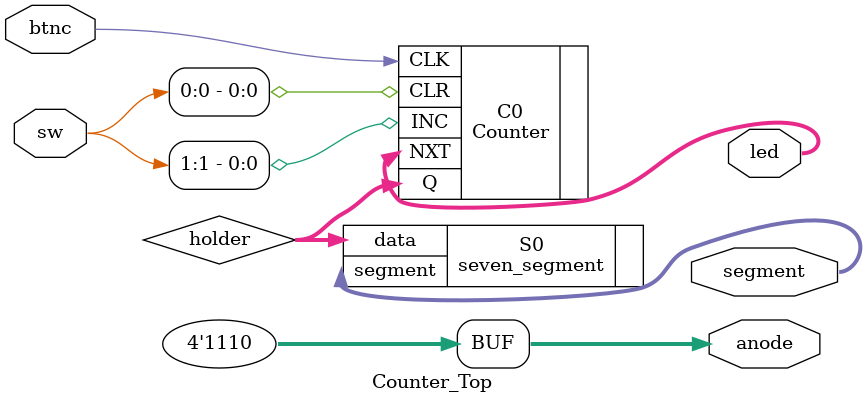
<source format=sv>
`timescale 1ns / 1ps
`default_nettype none
/***************************************************************************
*
* Module: Counter_Top
*
* Author: Trevor Wiseman
* Class: <Class, Section, Semester> - ECEN 220, Section 2, Fall 2021
* Date: October 21st, 2021
*
* Description: A simple 4-bit counter top module
*
*
****************************************************************************/


module Counter_Top(
    input wire logic btnc,
    input wire logic [1:0] sw,
    output logic [6:0] segment,
    output logic [3:0] anode,
    output logic [3:0] led
    );
    
logic [3:0] holder;

Counter C0(.CLK(btnc), .INC(sw[1]), .CLR(sw[0]), .Q(holder), .NXT(led));

seven_segment S0(.data(holder), .segment(segment[6:0]));
    
assign anode = 4'b1110;
    
endmodule

</source>
